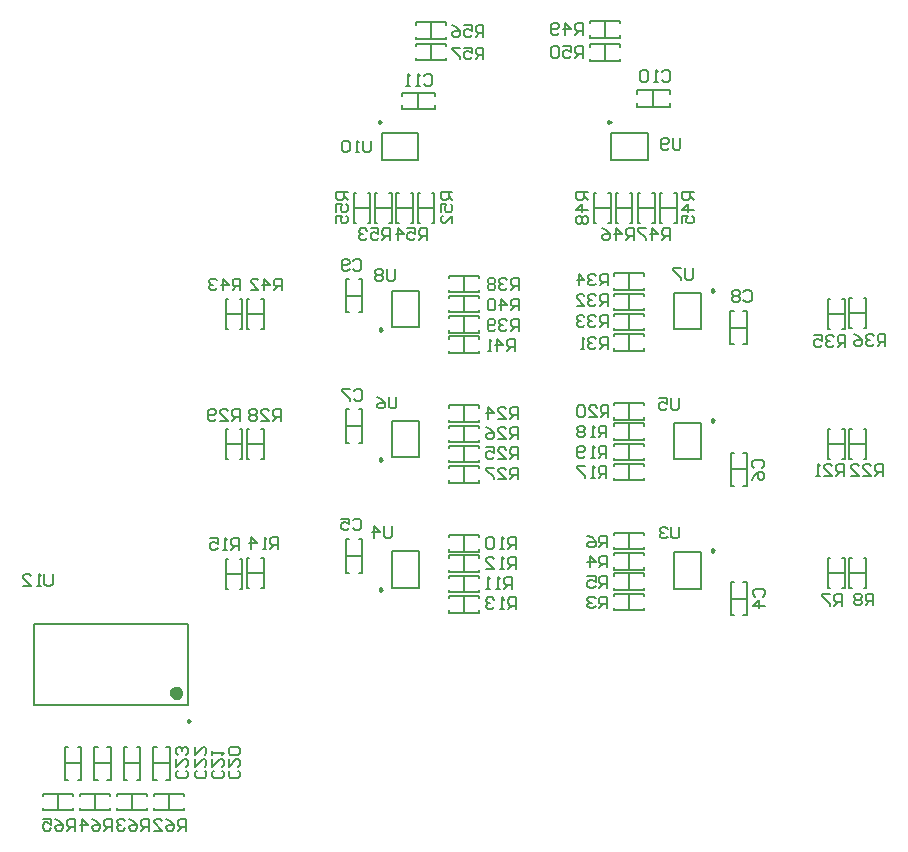
<source format=gbo>
%FSLAX23Y23*%
%MOIN*%
%SFA1B1*%

%IPPOS*%
%ADD10C,0.009840*%
%ADD11C,0.023620*%
%ADD12C,0.007870*%
%ADD13C,0.005910*%
%LNrev1_0-1*%
%LPD*%
G54D10*
X2606Y1303D02*
X2599Y1308D01*
Y1299*
X2606Y1303*
Y1736D02*
X2599Y1741D01*
Y1732*
X2606Y1736*
Y2169D02*
X2599Y2174D01*
Y2165*
X2606Y2169*
X2260Y2731D02*
X2253Y2735D01*
Y2726*
X2260Y2731*
X1494D02*
X1487Y2735D01*
Y2726*
X1494Y2731*
X1497Y2038D02*
X1490Y2043D01*
Y2034*
X1497Y2038*
Y1605D02*
X1490Y1610D01*
Y1601*
X1497Y1605*
Y1172D02*
X1490Y1176D01*
Y1168*
X1497Y1172*
X857Y735D02*
X850Y739D01*
Y731*
X857Y735*
G54D11*
X822Y828D02*
X818Y837D01*
X808Y839*
X800Y833*
Y823*
X808Y816*
X818Y818*
X822Y828*
G54D12*
X2563Y1174D02*
Y1296D01*
X2473Y1174D02*
Y1296D01*
X2563*
X2473Y1174D02*
X2563D01*
Y1607D02*
Y1729D01*
X2473Y1607D02*
Y1729D01*
X2563*
X2473Y1607D02*
X2563D01*
Y2040D02*
Y2162D01*
X2473Y2040D02*
Y2162D01*
X2563*
X2473Y2040D02*
X2563D01*
X2263Y2693D02*
X2385D01*
X2263Y2603D02*
X2385D01*
X2263D02*
Y2693D01*
X2385Y2603D02*
Y2693D01*
X1619Y2603D02*
Y2693D01*
X1497Y2603D02*
Y2693D01*
Y2603D02*
X1619D01*
X1497Y2693D02*
X1619D01*
X1530Y2046D02*
Y2168D01*
X1621Y2046D02*
Y2168D01*
X1530Y2046D02*
X1621D01*
X1530Y2168D02*
X1621D01*
X1530Y1613D02*
Y1735D01*
X1621Y1613D02*
Y1735D01*
X1530Y1613D02*
X1621D01*
X1530Y1735D02*
X1621D01*
X1530Y1179D02*
Y1302D01*
X1621Y1179D02*
Y1302D01*
X1530Y1179D02*
X1621D01*
X1530Y1302D02*
X1621D01*
X338Y788D02*
X850D01*
X338Y1056D02*
X850D01*
Y788D02*
Y1056D01*
X338Y788D02*
Y1056D01*
X1462Y2669D02*
Y2637D01*
X1455Y2630*
X1442*
X1436Y2637*
Y2669*
X1423Y2630D02*
X1410D01*
X1416*
Y2669*
X1423Y2663*
X1390D02*
X1383Y2669D01*
X1370*
X1364Y2663*
Y2637*
X1370Y2630*
X1383*
X1390Y2637*
Y2663*
X2493Y2678D02*
Y2645D01*
X2487Y2638*
X2474*
X2467Y2645*
Y2678*
X2454Y2645D02*
X2447Y2638D01*
X2434*
X2428Y2645*
Y2671*
X2434Y2678*
X2447*
X2454Y2671*
Y2665*
X2447Y2658*
X2428*
X1541Y2241D02*
Y2209D01*
X1535Y2202*
X1522*
X1515Y2209*
Y2241*
X1502Y2235D02*
X1495Y2241D01*
X1482*
X1476Y2235*
Y2228*
X1482Y2222*
X1476Y2215*
Y2209*
X1482Y2202*
X1495*
X1502Y2209*
Y2215*
X1495Y2222*
X1502Y2228*
Y2235*
X1495Y2222D02*
X1482D01*
X2534Y2244D02*
Y2211D01*
X2527Y2205*
X2514*
X2508Y2211*
Y2244*
X2495D02*
X2468D01*
Y2237*
X2495Y2211*
Y2205*
X1546Y1815D02*
Y1782D01*
X1540Y1776*
X1527*
X1520Y1782*
Y1815*
X1481D02*
X1494Y1808D01*
X1507Y1795*
Y1782*
X1500Y1776*
X1487*
X1481Y1782*
Y1789*
X1487Y1795*
X1507*
X2487Y1811D02*
Y1778D01*
X2481Y1772*
X2468*
X2461Y1778*
Y1811*
X2422D02*
X2448D01*
Y1792*
X2435Y1798*
X2428*
X2422Y1792*
Y1778*
X2428Y1772*
X2441*
X2448Y1778*
X1532Y1383D02*
Y1350D01*
X1525Y1344*
X1512*
X1505Y1350*
Y1383*
X1473Y1344D02*
Y1383D01*
X1492Y1364*
X1466*
X2489Y1382D02*
Y1349D01*
X2483Y1343*
X2470*
X2463Y1349*
Y1382*
X2450Y1375D02*
X2443Y1382D01*
X2430*
X2424Y1375*
Y1369*
X2430Y1362*
X2437*
X2430*
X2424Y1356*
Y1349*
X2430Y1343*
X2443*
X2450Y1349*
X400Y1224D02*
Y1192D01*
X393Y1185*
X380*
X373Y1192*
Y1224*
X360Y1185D02*
X347D01*
X354*
Y1224*
X360Y1218*
X301Y1185D02*
X328D01*
X301Y1211*
Y1218*
X308Y1224*
X321*
X328Y1218*
X1836Y2940D02*
Y2979D01*
X1817*
X1810Y2973*
Y2960*
X1817Y2953*
X1836*
X1823D02*
X1810Y2940D01*
X1771Y2979D02*
X1797D01*
Y2960*
X1784Y2966*
X1777*
X1771Y2960*
Y2947*
X1777Y2940*
X1790*
X1797Y2947*
X1758Y2979D02*
X1731D01*
Y2973*
X1758Y2947*
Y2940*
X2167Y2944D02*
Y2983D01*
X2147*
X2141Y2977*
Y2964*
X2147Y2957*
X2167*
X2154D02*
X2141Y2944D01*
X2101Y2983D02*
X2127D01*
Y2964*
X2114Y2970*
X2108*
X2101Y2964*
Y2951*
X2108Y2944*
X2121*
X2127Y2951*
X2088Y2977D02*
X2082Y2983D01*
X2068*
X2062Y2977*
Y2951*
X2068Y2944*
X2082*
X2088Y2951*
Y2977*
X1026Y2170D02*
Y2209D01*
X1006*
X1000Y2203*
Y2189*
X1006Y2183*
X1026*
X1013D02*
X1000Y2170D01*
X967D02*
Y2209D01*
X987Y2189*
X960*
X947Y2203D02*
X941Y2209D01*
X928*
X921Y2203*
Y2196*
X928Y2189*
X934*
X928*
X921Y2183*
Y2176*
X928Y2170*
X941*
X947Y2176*
X3176Y1984D02*
Y2024D01*
X3156*
X3150Y2017*
Y2004*
X3156Y1997*
X3176*
X3163D02*
X3150Y1984D01*
X3137Y2017D02*
X3130Y2024D01*
X3117*
X3110Y2017*
Y2011*
X3117Y2004*
X3124*
X3117*
X3110Y1997*
Y1991*
X3117Y1984*
X3130*
X3137Y1991*
X3071Y2024D02*
X3084Y2017D01*
X3097Y2004*
Y1991*
X3091Y1984*
X3078*
X3071Y1991*
Y1997*
X3078Y2004*
X3097*
X1024Y1735D02*
Y1774D01*
X1004*
X998Y1767*
Y1754*
X1004Y1748*
X1024*
X1011D02*
X998Y1735D01*
X958D02*
X984D01*
X958Y1761*
Y1767*
X965Y1774*
X978*
X984Y1767*
X945Y1741D02*
X938Y1735D01*
X925*
X919Y1741*
Y1767*
X925Y1774*
X938*
X945Y1767*
Y1761*
X938Y1754*
X919*
X3167Y1552D02*
Y1591D01*
X3147*
X3140Y1585*
Y1572*
X3147Y1565*
X3167*
X3154D02*
X3140Y1552D01*
X3101D02*
X3127D01*
X3101Y1578*
Y1585*
X3108Y1591*
X3121*
X3127Y1585*
X3062Y1552D02*
X3088D01*
X3062Y1578*
Y1585*
X3068Y1591*
X3081*
X3088Y1585*
X1022Y1305D02*
Y1345D01*
X1002*
X996Y1338*
Y1325*
X1002Y1318*
X1022*
X1009D02*
X996Y1305D01*
X983D02*
X969D01*
X976*
Y1345*
X983Y1338*
X924Y1345D02*
X950D01*
Y1325*
X937Y1332*
X930*
X924Y1325*
Y1312*
X930Y1305*
X943*
X950Y1312*
X3136Y1120D02*
Y1159D01*
X3116*
X3110Y1153*
Y1139*
X3116Y1133*
X3136*
X3123D02*
X3110Y1120D01*
X3097Y1153D02*
X3090Y1159D01*
X3077*
X3070Y1153*
Y1146*
X3077Y1139*
X3070Y1133*
Y1126*
X3077Y1120*
X3090*
X3097Y1126*
Y1133*
X3090Y1139*
X3097Y1146*
Y1153*
X3090Y1139D02*
X3077D01*
X1836Y3014D02*
Y3053D01*
X1817*
X1810Y3047*
Y3034*
X1817Y3027*
X1836*
X1823D02*
X1810Y3014D01*
X1771Y3053D02*
X1797D01*
Y3034*
X1784Y3040*
X1777*
X1771Y3034*
Y3021*
X1777Y3014*
X1790*
X1797Y3021*
X1731Y3053D02*
X1745Y3047D01*
X1758Y3034*
Y3021*
X1751Y3014*
X1738*
X1731Y3021*
Y3027*
X1738Y3034*
X1758*
X2167Y3022D02*
Y3061D01*
X2147*
X2141Y3055*
Y3042*
X2147Y3035*
X2167*
X2154D02*
X2141Y3022D01*
X2108D02*
Y3061D01*
X2127Y3042*
X2101*
X2088Y3028D02*
X2082Y3022D01*
X2068*
X2062Y3028*
Y3055*
X2068Y3061*
X2082*
X2088Y3055*
Y3048*
X2082Y3042*
X2062*
X1165Y2170D02*
Y2209D01*
X1145*
X1139Y2203*
Y2189*
X1145Y2183*
X1165*
X1152D02*
X1139Y2170D01*
X1106D02*
Y2209D01*
X1126Y2189*
X1099*
X1060Y2170D02*
X1086D01*
X1060Y2196*
Y2203*
X1067Y2209*
X1080*
X1086Y2203*
X3043Y1982D02*
Y2021D01*
X3023*
X3017Y2015*
Y2002*
X3023Y1995*
X3043*
X3030D02*
X3017Y1982D01*
X3004Y2015D02*
X2997Y2021D01*
X2984*
X2977Y2015*
Y2008*
X2984Y2002*
X2991*
X2984*
X2977Y1995*
Y1989*
X2984Y1982*
X2997*
X3004Y1989*
X2938Y2021D02*
X2964D01*
Y2002*
X2951Y2008*
X2945*
X2938Y2002*
Y1989*
X2945Y1982*
X2958*
X2964Y1989*
X1160Y1735D02*
Y1774D01*
X1141*
X1134Y1767*
Y1754*
X1141Y1748*
X1160*
X1147D02*
X1134Y1735D01*
X1095D02*
X1121D01*
X1095Y1761*
Y1767*
X1101Y1774*
X1114*
X1121Y1767*
X1082D02*
X1075Y1774D01*
X1062*
X1055Y1767*
Y1761*
X1062Y1754*
X1055Y1748*
Y1741*
X1062Y1735*
X1075*
X1082Y1741*
Y1748*
X1075Y1754*
X1082Y1761*
Y1767*
X1075Y1754D02*
X1062D01*
X3038Y1552D02*
Y1591D01*
X3018*
X3012Y1585*
Y1572*
X3018Y1565*
X3038*
X3025D02*
X3012Y1552D01*
X2972D02*
X2999D01*
X2972Y1578*
Y1585*
X2979Y1591*
X2992*
X2999Y1585*
X2959Y1552D02*
X2946D01*
X2953*
Y1591*
X2959Y1585*
X1153Y1308D02*
Y1347D01*
X1133*
X1126Y1340*
Y1327*
X1133Y1321*
X1153*
X1139D02*
X1126Y1308D01*
X1113D02*
X1100D01*
X1107*
Y1347*
X1113Y1340*
X1061Y1308D02*
Y1347D01*
X1080Y1327*
X1054*
X3031Y1117D02*
Y1156D01*
X3011*
X3005Y1150*
Y1136*
X3011Y1130*
X3031*
X3018D02*
X3005Y1117D01*
X2992Y1156D02*
X2965D01*
Y1150*
X2992Y1123*
Y1117*
X1386Y2498D02*
X1346D01*
Y2478*
X1353Y2472*
X1366*
X1373Y2478*
Y2498*
Y2485D02*
X1386Y2472D01*
X1346Y2432D02*
Y2459D01*
X1366*
X1360Y2445*
Y2439*
X1366Y2432*
X1379*
X1386Y2439*
Y2452*
X1379Y2459*
X1346Y2393D02*
Y2419D01*
X1366*
X1360Y2406*
Y2400*
X1366Y2393*
X1379*
X1386Y2400*
Y2413*
X1379Y2419*
X2185Y2496D02*
X2146D01*
Y2476*
X2152Y2470*
X2165*
X2172Y2476*
Y2496*
Y2483D02*
X2185Y2470D01*
Y2437D02*
X2146D01*
X2165Y2457*
Y2430*
X2152Y2417D02*
X2146Y2411D01*
Y2398*
X2152Y2391*
X2159*
X2165Y2398*
X2172Y2391*
X2179*
X2185Y2398*
Y2411*
X2179Y2417*
X2172*
X2165Y2411*
X2159Y2417*
X2152*
X2165Y2411D02*
Y2398D01*
X1942Y1968D02*
Y2007D01*
X1922*
X1916Y2000*
Y1987*
X1922Y1981*
X1942*
X1929D02*
X1916Y1968D01*
X1883D02*
Y2007D01*
X1902Y1987*
X1876*
X1863Y1968D02*
X1850D01*
X1857*
Y2007*
X1863Y2000*
X2252Y2186D02*
Y2225D01*
X2232*
X2226Y2218*
Y2205*
X2232Y2199*
X2252*
X2239D02*
X2226Y2186D01*
X2213Y2218D02*
X2206Y2225D01*
X2193*
X2186Y2218*
Y2212*
X2193Y2205*
X2199*
X2193*
X2186Y2199*
Y2192*
X2193Y2186*
X2206*
X2213Y2192*
X2154Y2186D02*
Y2225D01*
X2173Y2205*
X2147*
X1951Y1540D02*
Y1579D01*
X1932*
X1925Y1572*
Y1559*
X1932Y1553*
X1951*
X1938D02*
X1925Y1540D01*
X1886D02*
X1912D01*
X1886Y1566*
Y1572*
X1892Y1579*
X1905*
X1912Y1572*
X1873Y1579D02*
X1846D01*
Y1572*
X1873Y1546*
Y1540*
X2253Y1747D02*
Y1786D01*
X2233*
X2227Y1779*
Y1766*
X2233Y1760*
X2253*
X2240D02*
X2227Y1747D01*
X2187D02*
X2214D01*
X2187Y1773*
Y1779*
X2194Y1786*
X2207*
X2214Y1779*
X2174D02*
X2168Y1786D01*
X2155*
X2148Y1779*
Y1753*
X2155Y1747*
X2168*
X2174Y1753*
Y1779*
X1944Y1106D02*
Y1146D01*
X1924*
X1918Y1139*
Y1126*
X1924Y1119*
X1944*
X1931D02*
X1918Y1106D01*
X1905D02*
X1891D01*
X1898*
Y1146*
X1905Y1139*
X1872D02*
X1865Y1146D01*
X1852*
X1846Y1139*
Y1133*
X1852Y1126*
X1859*
X1852*
X1846Y1119*
Y1113*
X1852Y1106*
X1865*
X1872Y1113*
X2249Y1313D02*
Y1352D01*
X2229*
X2223Y1346*
Y1332*
X2229Y1326*
X2249*
X2236D02*
X2223Y1313D01*
X2183Y1352D02*
X2197Y1346D01*
X2210Y1332*
Y1319*
X2203Y1313*
X2190*
X2183Y1319*
Y1326*
X2190Y1332*
X2210*
X1649Y2337D02*
Y2376D01*
X1629*
X1622Y2369*
Y2356*
X1629Y2350*
X1649*
X1636D02*
X1622Y2337D01*
X1583Y2376D02*
X1609D01*
Y2356*
X1596Y2363*
X1590*
X1583Y2356*
Y2343*
X1590Y2337*
X1603*
X1609Y2343*
X1550Y2337D02*
Y2376D01*
X1570Y2356*
X1544*
X2457Y2337D02*
Y2376D01*
X2438*
X2431Y2369*
Y2356*
X2438Y2350*
X2457*
X2444D02*
X2431Y2337D01*
X2398D02*
Y2376D01*
X2418Y2356*
X2392*
X2379Y2376D02*
X2352D01*
Y2369*
X2379Y2343*
Y2337*
X1955Y2103D02*
Y2142D01*
X1935*
X1929Y2135*
Y2122*
X1935Y2116*
X1955*
X1942D02*
X1929Y2103D01*
X1896D02*
Y2142D01*
X1915Y2122*
X1889*
X1876Y2135D02*
X1870Y2142D01*
X1856*
X1850Y2135*
Y2109*
X1856Y2103*
X1870*
X1876Y2109*
Y2135*
X2252Y2047D02*
Y2087D01*
X2232*
X2226Y2080*
Y2067*
X2232Y2060*
X2252*
X2239D02*
X2226Y2047D01*
X2213Y2080D02*
X2206Y2087D01*
X2193*
X2186Y2080*
Y2073*
X2193Y2067*
X2199*
X2193*
X2186Y2060*
Y2054*
X2193Y2047*
X2206*
X2213Y2054*
X2173Y2080D02*
X2167Y2087D01*
X2154*
X2147Y2080*
Y2073*
X2154Y2067*
X2160*
X2154*
X2147Y2060*
Y2054*
X2154Y2047*
X2167*
X2173Y2054*
X1951Y1675D02*
Y1714D01*
X1932*
X1925Y1708*
Y1694*
X1932Y1688*
X1951*
X1938D02*
X1925Y1675D01*
X1886D02*
X1912D01*
X1886Y1701*
Y1708*
X1892Y1714*
X1905*
X1912Y1708*
X1846Y1714D02*
X1859Y1708D01*
X1873Y1694*
Y1681*
X1866Y1675*
X1853*
X1846Y1681*
Y1688*
X1853Y1694*
X1873*
X2246Y1612D02*
Y1651D01*
X2226*
X2220Y1644*
Y1631*
X2226Y1625*
X2246*
X2233D02*
X2220Y1612D01*
X2207D02*
X2194D01*
X2200*
Y1651*
X2207Y1644*
X2174Y1618D02*
X2167Y1612D01*
X2154*
X2148Y1618*
Y1644*
X2154Y1651*
X2167*
X2174Y1644*
Y1638*
X2167Y1631*
X2148*
X1944Y1241D02*
Y1281D01*
X1924*
X1918Y1274*
Y1261*
X1924Y1254*
X1944*
X1931D02*
X1918Y1241D01*
X1905D02*
X1891D01*
X1898*
Y1281*
X1905Y1274*
X1846Y1241D02*
X1872D01*
X1846Y1268*
Y1274*
X1852Y1281*
X1865*
X1872Y1274*
X2249Y1178D02*
Y1217D01*
X2229*
X2223Y1211*
Y1197*
X2229Y1191*
X2249*
X2236D02*
X2223Y1178D01*
X2183Y1217D02*
X2210D01*
Y1197*
X2197Y1204*
X2190*
X2183Y1197*
Y1184*
X2190Y1178*
X2203*
X2210Y1184*
X1526Y2337D02*
Y2376D01*
X1506*
X1499Y2369*
Y2356*
X1506Y2350*
X1526*
X1513D02*
X1499Y2337D01*
X1460Y2376D02*
X1486D01*
Y2356*
X1473Y2363*
X1467*
X1460Y2356*
Y2343*
X1467Y2337*
X1480*
X1486Y2343*
X1447Y2369D02*
X1440Y2376D01*
X1427*
X1421Y2369*
Y2363*
X1427Y2356*
X1434*
X1427*
X1421Y2350*
Y2343*
X1427Y2337*
X1440*
X1447Y2343*
X2337Y2337D02*
Y2377D01*
X2317*
X2311Y2370*
Y2357*
X2317Y2350*
X2337*
X2324D02*
X2311Y2337D01*
X2278D02*
Y2377D01*
X2298Y2357*
X2271*
X2232Y2377D02*
X2245Y2370D01*
X2258Y2357*
Y2344*
X2252Y2337*
X2238*
X2232Y2344*
Y2350*
X2238Y2357*
X2258*
X1955Y2035D02*
Y2074D01*
X1935*
X1929Y2067*
Y2054*
X1935Y2048*
X1955*
X1942D02*
X1929Y2035D01*
X1915Y2067D02*
X1909Y2074D01*
X1896*
X1889Y2067*
Y2061*
X1896Y2054*
X1902*
X1896*
X1889Y2048*
Y2041*
X1896Y2035*
X1909*
X1915Y2041*
X1876D02*
X1870Y2035D01*
X1856*
X1850Y2041*
Y2067*
X1856Y2074*
X1870*
X1876Y2067*
Y2061*
X1870Y2054*
X1850*
X2252Y2117D02*
Y2156D01*
X2232*
X2226Y2150*
Y2137*
X2232Y2130*
X2252*
X2239D02*
X2226Y2117D01*
X2213Y2150D02*
X2206Y2156D01*
X2193*
X2186Y2150*
Y2143*
X2193Y2137*
X2199*
X2193*
X2186Y2130*
Y2124*
X2193Y2117*
X2206*
X2213Y2124*
X2147Y2117D02*
X2173D01*
X2147Y2143*
Y2150*
X2154Y2156*
X2167*
X2173Y2150*
X1951Y1607D02*
Y1646D01*
X1932*
X1925Y1639*
Y1626*
X1932Y1620*
X1951*
X1938D02*
X1925Y1607D01*
X1886D02*
X1912D01*
X1886Y1633*
Y1639*
X1892Y1646*
X1905*
X1912Y1639*
X1846Y1646D02*
X1873D01*
Y1626*
X1859Y1633*
X1853*
X1846Y1626*
Y1613*
X1853Y1607*
X1866*
X1873Y1613*
X2246Y1680D02*
Y1719D01*
X2226*
X2220Y1712*
Y1699*
X2226Y1693*
X2246*
X2233D02*
X2220Y1680D01*
X2207D02*
X2194D01*
X2200*
Y1719*
X2207Y1712*
X2174D02*
X2167Y1719D01*
X2154*
X2148Y1712*
Y1706*
X2154Y1699*
X2148Y1693*
Y1686*
X2154Y1680*
X2167*
X2174Y1686*
Y1693*
X2167Y1699*
X2174Y1706*
Y1712*
X2167Y1699D02*
X2154D01*
X1931Y1173D02*
Y1213D01*
X1911*
X1905Y1206*
Y1193*
X1911Y1186*
X1931*
X1918D02*
X1905Y1173D01*
X1891D02*
X1878D01*
X1885*
Y1213*
X1891Y1206*
X1859Y1173D02*
X1846D01*
X1852*
Y1213*
X1859Y1206*
X2249Y1246D02*
Y1285D01*
X2229*
X2223Y1279*
Y1265*
X2229Y1259*
X2249*
X2236D02*
X2223Y1246D01*
X2190D02*
Y1285D01*
X2210Y1265*
X2183*
X1733Y2498D02*
X1694D01*
Y2478*
X1700Y2472*
X1713*
X1720Y2478*
Y2498*
Y2485D02*
X1733Y2472D01*
X1694Y2432D02*
Y2459D01*
X1713*
X1707Y2445*
Y2439*
X1713Y2432*
X1727*
X1733Y2439*
Y2452*
X1727Y2459*
X1733Y2393D02*
Y2419D01*
X1707Y2393*
X1700*
X1694Y2400*
Y2413*
X1700Y2419*
X2538Y2498D02*
X2498D01*
Y2478*
X2505Y2471*
X2518*
X2524Y2478*
Y2498*
Y2484D02*
X2538Y2471D01*
Y2438D02*
X2498D01*
X2518Y2458*
Y2432*
X2498Y2393D02*
Y2419D01*
X2518*
X2511Y2406*
Y2399*
X2518Y2393*
X2531*
X2538Y2399*
Y2412*
X2531Y2419*
X1955Y2171D02*
Y2210D01*
X1935*
X1929Y2203*
Y2190*
X1935Y2184*
X1955*
X1942D02*
X1929Y2171D01*
X1915Y2203D02*
X1909Y2210D01*
X1896*
X1889Y2203*
Y2197*
X1896Y2190*
X1902*
X1896*
X1889Y2184*
Y2177*
X1896Y2171*
X1909*
X1915Y2177*
X1876Y2203D02*
X1870Y2210D01*
X1856*
X1850Y2203*
Y2197*
X1856Y2190*
X1850Y2184*
Y2177*
X1856Y2171*
X1870*
X1876Y2177*
Y2184*
X1870Y2190*
X1876Y2197*
Y2203*
X1870Y2190D02*
X1856D01*
X2252Y1975D02*
Y2014D01*
X2232*
X2226Y2008*
Y1995*
X2232Y1988*
X2252*
X2239D02*
X2226Y1975D01*
X2213Y2008D02*
X2206Y2014D01*
X2193*
X2186Y2008*
Y2001*
X2193Y1995*
X2199*
X2193*
X2186Y1988*
Y1982*
X2193Y1975*
X2206*
X2213Y1982*
X2173Y1975D02*
X2160D01*
X2167*
Y2014*
X2173Y2008*
X1951Y1742D02*
Y1781D01*
X1932*
X1925Y1774*
Y1761*
X1932Y1755*
X1951*
X1938D02*
X1925Y1742D01*
X1886D02*
X1912D01*
X1886Y1768*
Y1774*
X1892Y1781*
X1905*
X1912Y1774*
X1853Y1742D02*
Y1781D01*
X1873Y1761*
X1846*
X2246Y1545D02*
Y1584D01*
X2226*
X2220Y1577*
Y1564*
X2226Y1558*
X2246*
X2233D02*
X2220Y1545D01*
X2207D02*
X2194D01*
X2200*
Y1584*
X2207Y1577*
X2174Y1584D02*
X2148D01*
Y1577*
X2174Y1551*
Y1545*
X1944Y1308D02*
Y1348D01*
X1924*
X1918Y1341*
Y1328*
X1924Y1321*
X1944*
X1931D02*
X1918Y1308D01*
X1905D02*
X1891D01*
X1898*
Y1348*
X1905Y1341*
X1872D02*
X1865Y1348D01*
X1852*
X1846Y1341*
Y1315*
X1852Y1308*
X1865*
X1872Y1315*
Y1341*
X2249Y1110D02*
Y1149D01*
X2229*
X2223Y1143*
Y1129*
X2229Y1123*
X2249*
X2236D02*
X2223Y1110D01*
X2210Y1143D02*
X2203Y1149D01*
X2190*
X2183Y1143*
Y1136*
X2190Y1129*
X2197*
X2190*
X2183Y1123*
Y1116*
X2190Y1110*
X2203*
X2210Y1116*
X474Y369D02*
Y409D01*
X454*
X447Y402*
Y389*
X454Y382*
X474*
X461D02*
X447Y369D01*
X408Y409D02*
X421Y402D01*
X434Y389*
Y376*
X428Y369*
X415*
X408Y376*
Y382*
X415Y389*
X434*
X369Y409D02*
X395D01*
Y389*
X382Y396*
X375*
X369Y389*
Y376*
X375Y369*
X388*
X395Y376*
X597Y369D02*
Y409D01*
X577*
X570Y402*
Y389*
X577Y382*
X597*
X584D02*
X570Y369D01*
X531Y409D02*
X544Y402D01*
X557Y389*
Y376*
X551Y369*
X538*
X531Y376*
Y382*
X538Y389*
X557*
X498Y369D02*
Y409D01*
X518Y389*
X492*
X721Y369D02*
Y409D01*
X701*
X694Y402*
Y389*
X701Y382*
X721*
X708D02*
X694Y369D01*
X655Y409D02*
X668Y402D01*
X681Y389*
Y376*
X675Y369*
X662*
X655Y376*
Y382*
X662Y389*
X681*
X642Y402D02*
X635Y409D01*
X622*
X616Y402*
Y396*
X622Y389*
X629*
X622*
X616Y382*
Y376*
X622Y369*
X635*
X642Y376*
X844Y369D02*
Y409D01*
X824*
X817Y402*
Y389*
X824Y382*
X844*
X831D02*
X817Y369D01*
X778Y409D02*
X791Y402D01*
X804Y389*
Y376*
X798Y369*
X785*
X778Y376*
Y382*
X785Y389*
X804*
X739Y369D02*
X765D01*
X739Y396*
Y402*
X745Y409*
X758*
X765Y402*
X1638Y2884D02*
X1644Y2891D01*
X1657*
X1664Y2884*
Y2858*
X1657Y2851*
X1644*
X1638Y2858*
X1625Y2851D02*
X1612D01*
X1618*
Y2891*
X1625Y2884*
X1592Y2851D02*
X1579D01*
X1585*
Y2891*
X1592Y2884*
X2431Y2897D02*
X2437Y2903D01*
X2450*
X2457Y2897*
Y2870*
X2450Y2864*
X2437*
X2431Y2870*
X2418Y2864D02*
X2404D01*
X2411*
Y2903*
X2418Y2897*
X2385D02*
X2378Y2903D01*
X2365*
X2359Y2897*
Y2870*
X2365Y2864*
X2378*
X2385Y2870*
Y2897*
X1403Y2267D02*
X1409Y2274D01*
X1423*
X1429Y2267*
Y2241*
X1423Y2234*
X1409*
X1403Y2241*
X1390D02*
X1383Y2234D01*
X1370*
X1364Y2241*
Y2267*
X1370Y2274*
X1383*
X1390Y2267*
Y2261*
X1383Y2254*
X1364*
X2703Y2164D02*
X2710Y2171D01*
X2723*
X2730Y2164*
Y2138*
X2723Y2132*
X2710*
X2703Y2138*
X2690Y2164D02*
X2684Y2171D01*
X2670*
X2664Y2164*
Y2158*
X2670Y2151*
X2664Y2145*
Y2138*
X2670Y2132*
X2684*
X2690Y2138*
Y2145*
X2684Y2151*
X2690Y2158*
Y2164*
X2684Y2151D02*
X2670D01*
X1405Y1834D02*
X1412Y1840D01*
X1425*
X1431Y1834*
Y1807*
X1425Y1801*
X1412*
X1405Y1807*
X1392Y1840D02*
X1366D01*
Y1834*
X1392Y1807*
Y1801*
X2738Y1577D02*
X2731Y1584D01*
Y1597*
X2738Y1604*
X2764*
X2771Y1597*
Y1584*
X2764Y1577*
X2731Y1538D02*
X2738Y1551D01*
X2751Y1564*
X2764*
X2771Y1558*
Y1545*
X2764Y1538*
X2758*
X2751Y1545*
Y1564*
X1403Y1403D02*
X1409Y1409D01*
X1422*
X1429Y1403*
Y1376*
X1422Y1370*
X1409*
X1403Y1376*
X1363Y1409D02*
X1389D01*
Y1390*
X1376Y1396*
X1370*
X1363Y1390*
Y1376*
X1370Y1370*
X1383*
X1389Y1376*
X2741Y1149D02*
X2735Y1156D01*
Y1169*
X2741Y1175*
X2768*
X2774Y1169*
Y1156*
X2768Y1149*
X2774Y1116D02*
X2735D01*
X2754Y1136*
Y1110*
X844Y569D02*
X851Y563D01*
Y550*
X844Y543*
X818*
X811Y550*
Y563*
X818Y569*
X811Y609D02*
Y582D01*
X838Y609*
X844*
X851Y602*
Y589*
X844Y582*
Y622D02*
X851Y628D01*
Y641*
X844Y648*
X838*
X831Y641*
Y635*
Y641*
X824Y648*
X818*
X811Y641*
Y628*
X818Y622*
X907Y569D02*
X913Y563D01*
Y550*
X907Y543*
X880*
X874Y550*
Y563*
X880Y569*
X874Y609D02*
Y582D01*
X900Y609*
X907*
X913Y602*
Y589*
X907Y582*
X874Y648D02*
Y622D01*
X900Y648*
X907*
X913Y641*
Y628*
X907Y622*
X964Y569D02*
X970Y563D01*
Y550*
X964Y543*
X938*
X931Y550*
Y563*
X938Y569*
X931Y609D02*
Y582D01*
X957Y609*
X964*
X970Y602*
Y589*
X964Y582*
X931Y622D02*
Y635D01*
Y628*
X970*
X964Y622*
X1019Y569D02*
X1026Y563D01*
Y550*
X1019Y543*
X993*
X987Y550*
Y563*
X993Y569*
X987Y609D02*
Y582D01*
X1013Y609*
X1019*
X1026Y602*
Y589*
X1019Y582*
Y622D02*
X1026Y628D01*
Y641*
X1019Y648*
X993*
X987Y641*
Y628*
X993Y622*
X1019*
G54D13*
X2985Y1176D02*
X2993D01*
X2985D02*
Y1276D01*
X2993*
X3033D02*
X3040D01*
Y1176D02*
Y1276D01*
X3033Y1176D02*
X3040D01*
X2985Y1226D02*
X3040D01*
X3104Y1276D02*
X3112D01*
Y1176D02*
Y1276D01*
X3104Y1176D02*
X3112D01*
X3056D02*
X3064D01*
X3056D02*
Y1276D01*
X3064*
X3056Y1226D02*
X3112D01*
X2660Y1141D02*
X2715D01*
X2703Y1086D02*
X2715D01*
Y1196*
X2703D02*
X2715D01*
X2660D02*
X2672D01*
X2660Y1086D02*
Y1196D01*
Y1086D02*
X2672D01*
X2272Y1353D02*
Y1361D01*
X2372*
Y1353D02*
Y1361D01*
Y1306D02*
Y1313D01*
X2272Y1306D02*
X2372D01*
X2272D02*
Y1313D01*
X2322Y1306D02*
Y1361D01*
X2372Y1238D02*
Y1246D01*
X2272Y1238D02*
X2372D01*
X2272D02*
Y1246D01*
Y1286D02*
Y1293D01*
X2372*
Y1286D02*
Y1293D01*
X2322Y1238D02*
Y1293D01*
X2272Y1218D02*
Y1226D01*
X2372*
Y1218D02*
Y1226D01*
Y1171D02*
Y1178D01*
X2272Y1171D02*
X2372D01*
X2272D02*
Y1178D01*
X2322Y1171D02*
Y1226D01*
X2372Y1103D02*
Y1111D01*
X2272Y1103D02*
X2372D01*
X2272D02*
Y1111D01*
Y1151D02*
Y1158D01*
X2372*
Y1151D02*
Y1158D01*
X2322Y1103D02*
Y1158D01*
X2272Y1786D02*
Y1794D01*
X2372*
Y1786D02*
Y1794D01*
Y1739D02*
Y1746D01*
X2272Y1739D02*
X2372D01*
X2272D02*
Y1746D01*
X2322Y1739D02*
Y1794D01*
X2372Y1671D02*
Y1679D01*
X2272Y1671D02*
X2372D01*
X2272D02*
Y1679D01*
Y1719D02*
Y1726D01*
X2372*
Y1719D02*
Y1726D01*
X2322Y1671D02*
Y1726D01*
X2272Y1651D02*
Y1659D01*
X2372*
Y1651D02*
Y1659D01*
Y1604D02*
Y1611D01*
X2272Y1604D02*
X2372D01*
X2272D02*
Y1611D01*
X2322Y1604D02*
Y1659D01*
X2372Y1536D02*
Y1544D01*
X2272Y1536D02*
X2372D01*
X2272D02*
Y1544D01*
Y1584D02*
Y1591D01*
X2372*
Y1584D02*
Y1591D01*
X2322Y1536D02*
Y1591D01*
X2660Y1574D02*
X2715D01*
X2703Y1519D02*
X2715D01*
Y1629*
X2703D02*
X2715D01*
X2660D02*
X2672D01*
X2660Y1519D02*
Y1629D01*
Y1519D02*
X2672D01*
X3104Y1709D02*
X3112D01*
Y1609D02*
Y1709D01*
X3104Y1609D02*
X3112D01*
X3056D02*
X3064D01*
X3056D02*
Y1709D01*
X3064*
X3056Y1659D02*
X3112D01*
X2985Y1609D02*
X2993D01*
X2985D02*
Y1709D01*
X2993*
X3033D02*
X3040D01*
Y1609D02*
Y1709D01*
X3033Y1609D02*
X3040D01*
X2985Y1659D02*
X3040D01*
X2985Y2042D02*
X2993D01*
X2985D02*
Y2142D01*
X2993*
X3033D02*
X3040D01*
Y2042D02*
Y2142D01*
X3033Y2042D02*
X3040D01*
X2985Y2092D02*
X3040D01*
X3104Y2143D02*
X3112D01*
Y2043D02*
Y2143D01*
X3104Y2043D02*
X3112D01*
X3056D02*
X3064D01*
X3056D02*
Y2143D01*
X3064*
X3056Y2093D02*
X3112D01*
X2372Y1969D02*
Y1977D01*
X2272Y1969D02*
X2372D01*
X2272D02*
Y1977D01*
Y2017D02*
Y2024D01*
X2372*
Y2017D02*
Y2024D01*
X2322Y1969D02*
Y2024D01*
X2272Y2084D02*
Y2092D01*
X2372*
Y2084D02*
Y2092D01*
Y2037D02*
Y2044D01*
X2272Y2037D02*
X2372D01*
X2272D02*
Y2044D01*
X2322Y2037D02*
Y2092D01*
X2372Y2104D02*
Y2112D01*
X2272Y2104D02*
X2372D01*
X2272D02*
Y2112D01*
Y2152D02*
Y2159D01*
X2372*
Y2152D02*
Y2159D01*
X2322Y2104D02*
Y2159D01*
X2272Y2219D02*
Y2227D01*
X2372*
Y2219D02*
Y2227D01*
Y2172D02*
Y2179D01*
X2272Y2172D02*
X2372D01*
X2272D02*
Y2179D01*
X2322Y2172D02*
Y2227D01*
X2205Y2395D02*
X2212D01*
X2205D02*
Y2495D01*
X2212*
X2252D02*
X2260D01*
Y2395D02*
Y2495D01*
X2252Y2395D02*
X2260D01*
X2205Y2445D02*
X2260D01*
X2326Y2495D02*
X2333D01*
Y2395D02*
Y2495D01*
X2326Y2395D02*
X2333D01*
X2278D02*
X2286D01*
X2278D02*
Y2495D01*
X2286*
X2278Y2445D02*
X2333D01*
X2352Y2395D02*
X2359D01*
X2352D02*
Y2495D01*
X2359*
X2399D02*
X2407D01*
Y2395D02*
Y2495D01*
X2399Y2395D02*
X2407D01*
X2352Y2445D02*
X2407D01*
X2473Y2495D02*
X2481D01*
Y2395D02*
Y2495D01*
X2473Y2395D02*
X2481D01*
X2426D02*
X2433D01*
X2426D02*
Y2495D01*
X2433*
X2426Y2445D02*
X2481D01*
X2403Y2782D02*
Y2837D01*
X2458Y2825D02*
Y2837D01*
X2347D02*
X2458D01*
X2347Y2825D02*
Y2837D01*
Y2782D02*
Y2794D01*
Y2782D02*
X2458D01*
Y2794*
X2190Y3060D02*
Y3067D01*
X2290*
Y3060D02*
Y3067D01*
Y3012D02*
Y3020D01*
X2190Y3012D02*
X2290D01*
X2190D02*
Y3020D01*
X2240Y3012D02*
Y3067D01*
X2290Y2935D02*
Y2942D01*
X2190Y2935D02*
X2290D01*
X2190D02*
Y2942D01*
Y2982D02*
Y2990D01*
X2290*
Y2982D02*
Y2990D01*
X2240Y2935D02*
Y2990D01*
X1663Y3008D02*
Y3063D01*
X1713Y3055D02*
Y3063D01*
X1613D02*
X1713D01*
X1613Y3055D02*
Y3063D01*
Y3008D02*
Y3015D01*
Y3008D02*
X1713D01*
Y3015*
X1663Y2936D02*
Y2991D01*
X1613Y2936D02*
Y2943D01*
Y2936D02*
X1713D01*
Y2943*
Y2983D02*
Y2991D01*
X1613D02*
X1713D01*
X1613Y2983D02*
Y2991D01*
X1546Y2445D02*
X1601D01*
X1594Y2395D02*
X1601D01*
Y2495*
X1594D02*
X1601D01*
X1546D02*
X1554D01*
X1546Y2395D02*
Y2495D01*
Y2395D02*
X1554D01*
X1475Y2445D02*
X1530D01*
X1475Y2495D02*
X1483D01*
X1475Y2395D02*
Y2495D01*
Y2395D02*
X1483D01*
X1523D02*
X1530D01*
Y2495*
X1523D02*
X1530D01*
X1617Y2445D02*
X1672D01*
X1617Y2495D02*
X1625D01*
X1617Y2395D02*
Y2495D01*
Y2395D02*
X1625D01*
X1665D02*
X1672D01*
Y2495*
X1665D02*
X1672D01*
X1822Y1961D02*
Y1969D01*
X1722Y1961D02*
X1822D01*
X1722D02*
Y1969D01*
Y2009D02*
Y2017D01*
X1822*
Y2009D02*
Y2017D01*
X1772Y1961D02*
Y2017D01*
X1722Y2077D02*
Y2084D01*
X1822*
Y2077D02*
Y2084D01*
Y2029D02*
Y2037D01*
X1722Y2029D02*
X1822D01*
X1722D02*
Y2037D01*
X1772Y2029D02*
Y2084D01*
X1822Y2097D02*
Y2104D01*
X1722Y2097D02*
X1822D01*
X1722D02*
Y2104D01*
Y2144D02*
Y2152D01*
X1822*
Y2144D02*
Y2152D01*
X1772Y2097D02*
Y2152D01*
X1722Y2212D02*
Y2219D01*
X1822*
Y2212D02*
Y2219D01*
Y2164D02*
Y2172D01*
X1722Y2164D02*
X1822D01*
X1722D02*
Y2172D01*
X1772Y2164D02*
Y2219D01*
X1377Y2151D02*
X1432D01*
X1377Y2206D02*
X1389D01*
X1377Y2096D02*
Y2206D01*
Y2096D02*
X1389D01*
X1420D02*
X1432D01*
Y2206*
X1420D02*
X1432D01*
X1096Y2142D02*
X1104D01*
Y2042D02*
Y2142D01*
X1096Y2042D02*
X1104D01*
X1049D02*
X1056D01*
X1049D02*
Y2142D01*
X1056*
X1049Y2092D02*
X1104D01*
X977Y2041D02*
X985D01*
X977D02*
Y2141D01*
X985*
X1025D02*
X1032D01*
Y2041D02*
Y2141D01*
X1025Y2041D02*
X1032D01*
X977Y2091D02*
X1032D01*
X977Y1608D02*
X985D01*
X977D02*
Y1708D01*
X985*
X1025D02*
X1032D01*
Y1608D02*
Y1708D01*
X1025Y1608D02*
X1032D01*
X977Y1658D02*
X1032D01*
X1096Y1709D02*
X1104D01*
Y1609D02*
Y1709D01*
X1096Y1609D02*
X1104D01*
X1049D02*
X1056D01*
X1049D02*
Y1709D01*
X1056*
X1049Y1659D02*
X1104D01*
X1377Y1718D02*
X1432D01*
X1377Y1773D02*
X1389D01*
X1377Y1662D02*
Y1773D01*
Y1662D02*
X1389D01*
X1420D02*
X1432D01*
Y1773*
X1420D02*
X1432D01*
X1722Y1779D02*
Y1786D01*
X1822*
Y1779D02*
Y1786D01*
Y1731D02*
Y1739D01*
X1722Y1731D02*
X1822D01*
X1722D02*
Y1739D01*
X1772Y1731D02*
Y1786D01*
X1822Y1663D02*
Y1671D01*
X1722Y1663D02*
X1822D01*
X1722D02*
Y1671D01*
Y1711D02*
Y1719D01*
X1822*
Y1711D02*
Y1719D01*
X1772Y1663D02*
Y1719D01*
X1722Y1644D02*
Y1651D01*
X1822*
Y1644D02*
Y1651D01*
Y1596D02*
Y1604D01*
X1722Y1596D02*
X1822D01*
X1722D02*
Y1604D01*
X1772Y1596D02*
Y1651D01*
X1822Y1528D02*
Y1536D01*
X1722Y1528D02*
X1822D01*
X1722D02*
Y1536D01*
Y1576D02*
Y1584D01*
X1822*
Y1576D02*
Y1584D01*
X1772Y1528D02*
Y1584D01*
X1822Y1095D02*
Y1103D01*
X1722Y1095D02*
X1822D01*
X1722D02*
Y1103D01*
Y1143D02*
Y1150D01*
X1822*
Y1143D02*
Y1150D01*
X1772Y1095D02*
Y1150D01*
X1722Y1210D02*
Y1218D01*
X1822*
Y1210D02*
Y1218D01*
Y1163D02*
Y1170D01*
X1722Y1163D02*
X1822D01*
X1722D02*
Y1170D01*
X1772Y1163D02*
Y1218D01*
X1722Y1346D02*
Y1353D01*
X1822*
Y1346D02*
Y1353D01*
Y1298D02*
Y1306D01*
X1722Y1298D02*
X1822D01*
X1722D02*
Y1306D01*
X1772Y1298D02*
Y1353D01*
X1822Y1230D02*
Y1238D01*
X1722Y1230D02*
X1822D01*
X1722D02*
Y1238D01*
Y1278D02*
Y1286D01*
X1822*
Y1278D02*
Y1286D01*
X1772Y1230D02*
Y1286D01*
X1377Y1284D02*
X1432D01*
X1377Y1340D02*
X1389D01*
X1377Y1229D02*
Y1340D01*
Y1229D02*
X1389D01*
X1420D02*
X1432D01*
Y1340*
X1420D02*
X1432D01*
X977Y1175D02*
X985D01*
X977D02*
Y1275D01*
X985*
X1025D02*
X1032D01*
Y1175D02*
Y1275D01*
X1025Y1175D02*
X1032D01*
X977Y1225D02*
X1032D01*
X441Y593D02*
X496D01*
X484Y538D02*
X496D01*
Y648*
X484D02*
X496D01*
X441D02*
X453D01*
X441Y538D02*
Y648D01*
Y538D02*
X453D01*
X539Y593D02*
X594D01*
X582Y538D02*
X594D01*
Y648*
X582D02*
X594D01*
X539D02*
X551D01*
X539Y538D02*
Y648D01*
Y538D02*
X551D01*
X637Y593D02*
X692D01*
X681Y538D02*
X692D01*
Y648*
X681D02*
X692D01*
X637D02*
X649D01*
X637Y538D02*
Y648D01*
Y538D02*
X649D01*
X736Y593D02*
X791D01*
X779Y538D02*
X791D01*
Y648*
X779D02*
X791D01*
X736D02*
X747D01*
X736Y538D02*
Y648D01*
Y538D02*
X747D01*
X468Y436D02*
Y443D01*
X368Y436D02*
X468D01*
X368D02*
Y443D01*
Y483D02*
Y491D01*
X468*
Y483D02*
Y491D01*
X418Y436D02*
Y491D01*
X591Y436D02*
Y443D01*
X491Y436D02*
X591D01*
X491D02*
Y443D01*
Y483D02*
Y491D01*
X591*
Y483D02*
Y491D01*
X541Y436D02*
Y491D01*
X714Y436D02*
Y443D01*
X614Y436D02*
X714D01*
X614D02*
Y443D01*
Y483D02*
Y491D01*
X714*
Y483D02*
Y491D01*
X664Y436D02*
Y491D01*
X838Y436D02*
Y443D01*
X738Y436D02*
X838D01*
X738D02*
Y443D01*
Y483D02*
Y491D01*
X838*
Y483D02*
Y491D01*
X788Y436D02*
Y491D01*
X1049Y1226D02*
X1104D01*
X1049Y1276D02*
X1056D01*
X1049Y1176D02*
Y1276D01*
Y1176D02*
X1056D01*
X1096D02*
X1104D01*
Y1276*
X1096D02*
X1104D01*
X2659Y1990D02*
X2671D01*
X2659D02*
Y2100D01*
X2671*
X2702D02*
X2714D01*
Y1990D02*
Y2100D01*
X2702Y1990D02*
X2714D01*
X2659Y2045D02*
X2714D01*
X1619Y2774D02*
Y2829D01*
X1674Y2817D02*
Y2829D01*
X1564D02*
X1674D01*
X1564Y2817D02*
Y2829D01*
Y2774D02*
Y2786D01*
Y2774D02*
X1674D01*
Y2786*
X1404Y2395D02*
X1412D01*
X1404D02*
Y2495D01*
X1412*
X1452D02*
X1459D01*
Y2395D02*
Y2495D01*
X1452Y2395D02*
X1459D01*
X1404Y2445D02*
X1459D01*
M02*
</source>
